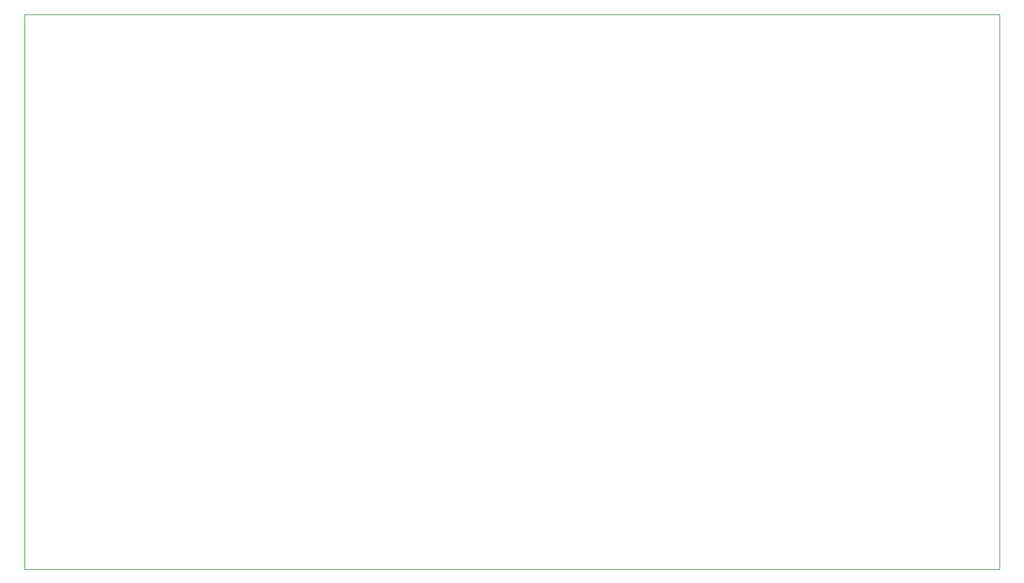
<source format=gbr>
%TF.GenerationSoftware,KiCad,Pcbnew,7.0.11+1*%
%TF.CreationDate,2024-06-09T21:21:38+01:00*%
%TF.ProjectId,crowland-green,63726f77-6c61-46e6-942d-677265656e2e,Rev 1*%
%TF.SameCoordinates,Original*%
%TF.FileFunction,Profile,NP*%
%FSLAX46Y46*%
G04 Gerber Fmt 4.6, Leading zero omitted, Abs format (unit mm)*
G04 Created by KiCad (PCBNEW 7.0.11+1) date 2024-06-09 21:21:38*
%MOMM*%
%LPD*%
G01*
G04 APERTURE LIST*
%TA.AperFunction,Profile*%
%ADD10C,0.050000*%
%TD*%
G04 APERTURE END LIST*
D10*
X29845000Y-34925000D02*
X161290000Y-34925000D01*
X161290000Y-109855000D01*
X29845000Y-109855000D01*
X29845000Y-34925000D01*
M02*

</source>
